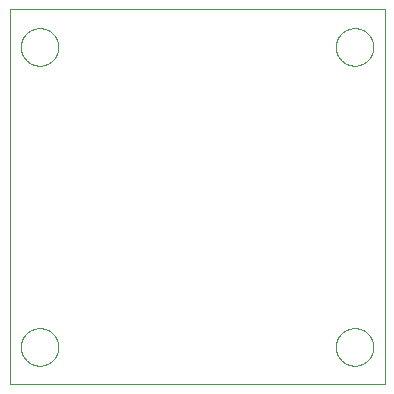
<source format=gko>
G75*
%MOIN*%
%OFA0B0*%
%FSLAX25Y25*%
%IPPOS*%
%LPD*%
%AMOC8*
5,1,8,0,0,1.08239X$1,22.5*
%
%ADD10C,0.00000*%
%ADD11C,0.00100*%
D10*
X0006590Y0014500D02*
X0006592Y0014658D01*
X0006598Y0014815D01*
X0006608Y0014973D01*
X0006622Y0015130D01*
X0006640Y0015286D01*
X0006661Y0015443D01*
X0006687Y0015598D01*
X0006717Y0015753D01*
X0006750Y0015907D01*
X0006788Y0016060D01*
X0006829Y0016213D01*
X0006874Y0016364D01*
X0006923Y0016514D01*
X0006976Y0016662D01*
X0007032Y0016810D01*
X0007093Y0016955D01*
X0007156Y0017100D01*
X0007224Y0017242D01*
X0007295Y0017383D01*
X0007369Y0017522D01*
X0007447Y0017659D01*
X0007529Y0017794D01*
X0007613Y0017927D01*
X0007702Y0018058D01*
X0007793Y0018186D01*
X0007888Y0018313D01*
X0007985Y0018436D01*
X0008086Y0018558D01*
X0008190Y0018676D01*
X0008297Y0018792D01*
X0008407Y0018905D01*
X0008519Y0019016D01*
X0008635Y0019123D01*
X0008753Y0019228D01*
X0008873Y0019330D01*
X0008996Y0019428D01*
X0009122Y0019524D01*
X0009250Y0019616D01*
X0009380Y0019705D01*
X0009512Y0019791D01*
X0009647Y0019873D01*
X0009784Y0019952D01*
X0009922Y0020027D01*
X0010062Y0020099D01*
X0010205Y0020167D01*
X0010348Y0020232D01*
X0010494Y0020293D01*
X0010641Y0020350D01*
X0010789Y0020404D01*
X0010939Y0020454D01*
X0011089Y0020500D01*
X0011241Y0020542D01*
X0011394Y0020581D01*
X0011548Y0020615D01*
X0011703Y0020646D01*
X0011858Y0020672D01*
X0012014Y0020695D01*
X0012171Y0020714D01*
X0012328Y0020729D01*
X0012485Y0020740D01*
X0012643Y0020747D01*
X0012801Y0020750D01*
X0012958Y0020749D01*
X0013116Y0020744D01*
X0013273Y0020735D01*
X0013431Y0020722D01*
X0013587Y0020705D01*
X0013744Y0020684D01*
X0013899Y0020660D01*
X0014054Y0020631D01*
X0014209Y0020598D01*
X0014362Y0020562D01*
X0014515Y0020521D01*
X0014666Y0020477D01*
X0014816Y0020429D01*
X0014965Y0020378D01*
X0015113Y0020322D01*
X0015259Y0020263D01*
X0015404Y0020200D01*
X0015547Y0020133D01*
X0015688Y0020063D01*
X0015827Y0019990D01*
X0015965Y0019913D01*
X0016101Y0019832D01*
X0016234Y0019748D01*
X0016365Y0019661D01*
X0016494Y0019570D01*
X0016621Y0019476D01*
X0016746Y0019379D01*
X0016867Y0019279D01*
X0016987Y0019176D01*
X0017103Y0019070D01*
X0017217Y0018961D01*
X0017329Y0018849D01*
X0017437Y0018735D01*
X0017542Y0018617D01*
X0017645Y0018497D01*
X0017744Y0018375D01*
X0017840Y0018250D01*
X0017933Y0018122D01*
X0018023Y0017993D01*
X0018109Y0017861D01*
X0018193Y0017727D01*
X0018272Y0017591D01*
X0018349Y0017453D01*
X0018421Y0017313D01*
X0018490Y0017171D01*
X0018556Y0017028D01*
X0018618Y0016883D01*
X0018676Y0016736D01*
X0018731Y0016588D01*
X0018782Y0016439D01*
X0018829Y0016288D01*
X0018872Y0016137D01*
X0018911Y0015984D01*
X0018947Y0015830D01*
X0018978Y0015676D01*
X0019006Y0015521D01*
X0019030Y0015365D01*
X0019050Y0015208D01*
X0019066Y0015051D01*
X0019078Y0014894D01*
X0019086Y0014737D01*
X0019090Y0014579D01*
X0019090Y0014421D01*
X0019086Y0014263D01*
X0019078Y0014106D01*
X0019066Y0013949D01*
X0019050Y0013792D01*
X0019030Y0013635D01*
X0019006Y0013479D01*
X0018978Y0013324D01*
X0018947Y0013170D01*
X0018911Y0013016D01*
X0018872Y0012863D01*
X0018829Y0012712D01*
X0018782Y0012561D01*
X0018731Y0012412D01*
X0018676Y0012264D01*
X0018618Y0012117D01*
X0018556Y0011972D01*
X0018490Y0011829D01*
X0018421Y0011687D01*
X0018349Y0011547D01*
X0018272Y0011409D01*
X0018193Y0011273D01*
X0018109Y0011139D01*
X0018023Y0011007D01*
X0017933Y0010878D01*
X0017840Y0010750D01*
X0017744Y0010625D01*
X0017645Y0010503D01*
X0017542Y0010383D01*
X0017437Y0010265D01*
X0017329Y0010151D01*
X0017217Y0010039D01*
X0017103Y0009930D01*
X0016987Y0009824D01*
X0016867Y0009721D01*
X0016746Y0009621D01*
X0016621Y0009524D01*
X0016494Y0009430D01*
X0016365Y0009339D01*
X0016234Y0009252D01*
X0016101Y0009168D01*
X0015965Y0009087D01*
X0015827Y0009010D01*
X0015688Y0008937D01*
X0015547Y0008867D01*
X0015404Y0008800D01*
X0015259Y0008737D01*
X0015113Y0008678D01*
X0014965Y0008622D01*
X0014816Y0008571D01*
X0014666Y0008523D01*
X0014515Y0008479D01*
X0014362Y0008438D01*
X0014209Y0008402D01*
X0014054Y0008369D01*
X0013899Y0008340D01*
X0013744Y0008316D01*
X0013587Y0008295D01*
X0013431Y0008278D01*
X0013273Y0008265D01*
X0013116Y0008256D01*
X0012958Y0008251D01*
X0012801Y0008250D01*
X0012643Y0008253D01*
X0012485Y0008260D01*
X0012328Y0008271D01*
X0012171Y0008286D01*
X0012014Y0008305D01*
X0011858Y0008328D01*
X0011703Y0008354D01*
X0011548Y0008385D01*
X0011394Y0008419D01*
X0011241Y0008458D01*
X0011089Y0008500D01*
X0010939Y0008546D01*
X0010789Y0008596D01*
X0010641Y0008650D01*
X0010494Y0008707D01*
X0010348Y0008768D01*
X0010205Y0008833D01*
X0010062Y0008901D01*
X0009922Y0008973D01*
X0009784Y0009048D01*
X0009647Y0009127D01*
X0009512Y0009209D01*
X0009380Y0009295D01*
X0009250Y0009384D01*
X0009122Y0009476D01*
X0008996Y0009572D01*
X0008873Y0009670D01*
X0008753Y0009772D01*
X0008635Y0009877D01*
X0008519Y0009984D01*
X0008407Y0010095D01*
X0008297Y0010208D01*
X0008190Y0010324D01*
X0008086Y0010442D01*
X0007985Y0010564D01*
X0007888Y0010687D01*
X0007793Y0010814D01*
X0007702Y0010942D01*
X0007613Y0011073D01*
X0007529Y0011206D01*
X0007447Y0011341D01*
X0007369Y0011478D01*
X0007295Y0011617D01*
X0007224Y0011758D01*
X0007156Y0011900D01*
X0007093Y0012045D01*
X0007032Y0012190D01*
X0006976Y0012338D01*
X0006923Y0012486D01*
X0006874Y0012636D01*
X0006829Y0012787D01*
X0006788Y0012940D01*
X0006750Y0013093D01*
X0006717Y0013247D01*
X0006687Y0013402D01*
X0006661Y0013557D01*
X0006640Y0013714D01*
X0006622Y0013870D01*
X0006608Y0014027D01*
X0006598Y0014185D01*
X0006592Y0014342D01*
X0006590Y0014500D01*
X0006590Y0114500D02*
X0006592Y0114658D01*
X0006598Y0114815D01*
X0006608Y0114973D01*
X0006622Y0115130D01*
X0006640Y0115286D01*
X0006661Y0115443D01*
X0006687Y0115598D01*
X0006717Y0115753D01*
X0006750Y0115907D01*
X0006788Y0116060D01*
X0006829Y0116213D01*
X0006874Y0116364D01*
X0006923Y0116514D01*
X0006976Y0116662D01*
X0007032Y0116810D01*
X0007093Y0116955D01*
X0007156Y0117100D01*
X0007224Y0117242D01*
X0007295Y0117383D01*
X0007369Y0117522D01*
X0007447Y0117659D01*
X0007529Y0117794D01*
X0007613Y0117927D01*
X0007702Y0118058D01*
X0007793Y0118186D01*
X0007888Y0118313D01*
X0007985Y0118436D01*
X0008086Y0118558D01*
X0008190Y0118676D01*
X0008297Y0118792D01*
X0008407Y0118905D01*
X0008519Y0119016D01*
X0008635Y0119123D01*
X0008753Y0119228D01*
X0008873Y0119330D01*
X0008996Y0119428D01*
X0009122Y0119524D01*
X0009250Y0119616D01*
X0009380Y0119705D01*
X0009512Y0119791D01*
X0009647Y0119873D01*
X0009784Y0119952D01*
X0009922Y0120027D01*
X0010062Y0120099D01*
X0010205Y0120167D01*
X0010348Y0120232D01*
X0010494Y0120293D01*
X0010641Y0120350D01*
X0010789Y0120404D01*
X0010939Y0120454D01*
X0011089Y0120500D01*
X0011241Y0120542D01*
X0011394Y0120581D01*
X0011548Y0120615D01*
X0011703Y0120646D01*
X0011858Y0120672D01*
X0012014Y0120695D01*
X0012171Y0120714D01*
X0012328Y0120729D01*
X0012485Y0120740D01*
X0012643Y0120747D01*
X0012801Y0120750D01*
X0012958Y0120749D01*
X0013116Y0120744D01*
X0013273Y0120735D01*
X0013431Y0120722D01*
X0013587Y0120705D01*
X0013744Y0120684D01*
X0013899Y0120660D01*
X0014054Y0120631D01*
X0014209Y0120598D01*
X0014362Y0120562D01*
X0014515Y0120521D01*
X0014666Y0120477D01*
X0014816Y0120429D01*
X0014965Y0120378D01*
X0015113Y0120322D01*
X0015259Y0120263D01*
X0015404Y0120200D01*
X0015547Y0120133D01*
X0015688Y0120063D01*
X0015827Y0119990D01*
X0015965Y0119913D01*
X0016101Y0119832D01*
X0016234Y0119748D01*
X0016365Y0119661D01*
X0016494Y0119570D01*
X0016621Y0119476D01*
X0016746Y0119379D01*
X0016867Y0119279D01*
X0016987Y0119176D01*
X0017103Y0119070D01*
X0017217Y0118961D01*
X0017329Y0118849D01*
X0017437Y0118735D01*
X0017542Y0118617D01*
X0017645Y0118497D01*
X0017744Y0118375D01*
X0017840Y0118250D01*
X0017933Y0118122D01*
X0018023Y0117993D01*
X0018109Y0117861D01*
X0018193Y0117727D01*
X0018272Y0117591D01*
X0018349Y0117453D01*
X0018421Y0117313D01*
X0018490Y0117171D01*
X0018556Y0117028D01*
X0018618Y0116883D01*
X0018676Y0116736D01*
X0018731Y0116588D01*
X0018782Y0116439D01*
X0018829Y0116288D01*
X0018872Y0116137D01*
X0018911Y0115984D01*
X0018947Y0115830D01*
X0018978Y0115676D01*
X0019006Y0115521D01*
X0019030Y0115365D01*
X0019050Y0115208D01*
X0019066Y0115051D01*
X0019078Y0114894D01*
X0019086Y0114737D01*
X0019090Y0114579D01*
X0019090Y0114421D01*
X0019086Y0114263D01*
X0019078Y0114106D01*
X0019066Y0113949D01*
X0019050Y0113792D01*
X0019030Y0113635D01*
X0019006Y0113479D01*
X0018978Y0113324D01*
X0018947Y0113170D01*
X0018911Y0113016D01*
X0018872Y0112863D01*
X0018829Y0112712D01*
X0018782Y0112561D01*
X0018731Y0112412D01*
X0018676Y0112264D01*
X0018618Y0112117D01*
X0018556Y0111972D01*
X0018490Y0111829D01*
X0018421Y0111687D01*
X0018349Y0111547D01*
X0018272Y0111409D01*
X0018193Y0111273D01*
X0018109Y0111139D01*
X0018023Y0111007D01*
X0017933Y0110878D01*
X0017840Y0110750D01*
X0017744Y0110625D01*
X0017645Y0110503D01*
X0017542Y0110383D01*
X0017437Y0110265D01*
X0017329Y0110151D01*
X0017217Y0110039D01*
X0017103Y0109930D01*
X0016987Y0109824D01*
X0016867Y0109721D01*
X0016746Y0109621D01*
X0016621Y0109524D01*
X0016494Y0109430D01*
X0016365Y0109339D01*
X0016234Y0109252D01*
X0016101Y0109168D01*
X0015965Y0109087D01*
X0015827Y0109010D01*
X0015688Y0108937D01*
X0015547Y0108867D01*
X0015404Y0108800D01*
X0015259Y0108737D01*
X0015113Y0108678D01*
X0014965Y0108622D01*
X0014816Y0108571D01*
X0014666Y0108523D01*
X0014515Y0108479D01*
X0014362Y0108438D01*
X0014209Y0108402D01*
X0014054Y0108369D01*
X0013899Y0108340D01*
X0013744Y0108316D01*
X0013587Y0108295D01*
X0013431Y0108278D01*
X0013273Y0108265D01*
X0013116Y0108256D01*
X0012958Y0108251D01*
X0012801Y0108250D01*
X0012643Y0108253D01*
X0012485Y0108260D01*
X0012328Y0108271D01*
X0012171Y0108286D01*
X0012014Y0108305D01*
X0011858Y0108328D01*
X0011703Y0108354D01*
X0011548Y0108385D01*
X0011394Y0108419D01*
X0011241Y0108458D01*
X0011089Y0108500D01*
X0010939Y0108546D01*
X0010789Y0108596D01*
X0010641Y0108650D01*
X0010494Y0108707D01*
X0010348Y0108768D01*
X0010205Y0108833D01*
X0010062Y0108901D01*
X0009922Y0108973D01*
X0009784Y0109048D01*
X0009647Y0109127D01*
X0009512Y0109209D01*
X0009380Y0109295D01*
X0009250Y0109384D01*
X0009122Y0109476D01*
X0008996Y0109572D01*
X0008873Y0109670D01*
X0008753Y0109772D01*
X0008635Y0109877D01*
X0008519Y0109984D01*
X0008407Y0110095D01*
X0008297Y0110208D01*
X0008190Y0110324D01*
X0008086Y0110442D01*
X0007985Y0110564D01*
X0007888Y0110687D01*
X0007793Y0110814D01*
X0007702Y0110942D01*
X0007613Y0111073D01*
X0007529Y0111206D01*
X0007447Y0111341D01*
X0007369Y0111478D01*
X0007295Y0111617D01*
X0007224Y0111758D01*
X0007156Y0111900D01*
X0007093Y0112045D01*
X0007032Y0112190D01*
X0006976Y0112338D01*
X0006923Y0112486D01*
X0006874Y0112636D01*
X0006829Y0112787D01*
X0006788Y0112940D01*
X0006750Y0113093D01*
X0006717Y0113247D01*
X0006687Y0113402D01*
X0006661Y0113557D01*
X0006640Y0113714D01*
X0006622Y0113870D01*
X0006608Y0114027D01*
X0006598Y0114185D01*
X0006592Y0114342D01*
X0006590Y0114500D01*
X0111590Y0114500D02*
X0111592Y0114658D01*
X0111598Y0114815D01*
X0111608Y0114973D01*
X0111622Y0115130D01*
X0111640Y0115286D01*
X0111661Y0115443D01*
X0111687Y0115598D01*
X0111717Y0115753D01*
X0111750Y0115907D01*
X0111788Y0116060D01*
X0111829Y0116213D01*
X0111874Y0116364D01*
X0111923Y0116514D01*
X0111976Y0116662D01*
X0112032Y0116810D01*
X0112093Y0116955D01*
X0112156Y0117100D01*
X0112224Y0117242D01*
X0112295Y0117383D01*
X0112369Y0117522D01*
X0112447Y0117659D01*
X0112529Y0117794D01*
X0112613Y0117927D01*
X0112702Y0118058D01*
X0112793Y0118186D01*
X0112888Y0118313D01*
X0112985Y0118436D01*
X0113086Y0118558D01*
X0113190Y0118676D01*
X0113297Y0118792D01*
X0113407Y0118905D01*
X0113519Y0119016D01*
X0113635Y0119123D01*
X0113753Y0119228D01*
X0113873Y0119330D01*
X0113996Y0119428D01*
X0114122Y0119524D01*
X0114250Y0119616D01*
X0114380Y0119705D01*
X0114512Y0119791D01*
X0114647Y0119873D01*
X0114784Y0119952D01*
X0114922Y0120027D01*
X0115062Y0120099D01*
X0115205Y0120167D01*
X0115348Y0120232D01*
X0115494Y0120293D01*
X0115641Y0120350D01*
X0115789Y0120404D01*
X0115939Y0120454D01*
X0116089Y0120500D01*
X0116241Y0120542D01*
X0116394Y0120581D01*
X0116548Y0120615D01*
X0116703Y0120646D01*
X0116858Y0120672D01*
X0117014Y0120695D01*
X0117171Y0120714D01*
X0117328Y0120729D01*
X0117485Y0120740D01*
X0117643Y0120747D01*
X0117801Y0120750D01*
X0117958Y0120749D01*
X0118116Y0120744D01*
X0118273Y0120735D01*
X0118431Y0120722D01*
X0118587Y0120705D01*
X0118744Y0120684D01*
X0118899Y0120660D01*
X0119054Y0120631D01*
X0119209Y0120598D01*
X0119362Y0120562D01*
X0119515Y0120521D01*
X0119666Y0120477D01*
X0119816Y0120429D01*
X0119965Y0120378D01*
X0120113Y0120322D01*
X0120259Y0120263D01*
X0120404Y0120200D01*
X0120547Y0120133D01*
X0120688Y0120063D01*
X0120827Y0119990D01*
X0120965Y0119913D01*
X0121101Y0119832D01*
X0121234Y0119748D01*
X0121365Y0119661D01*
X0121494Y0119570D01*
X0121621Y0119476D01*
X0121746Y0119379D01*
X0121867Y0119279D01*
X0121987Y0119176D01*
X0122103Y0119070D01*
X0122217Y0118961D01*
X0122329Y0118849D01*
X0122437Y0118735D01*
X0122542Y0118617D01*
X0122645Y0118497D01*
X0122744Y0118375D01*
X0122840Y0118250D01*
X0122933Y0118122D01*
X0123023Y0117993D01*
X0123109Y0117861D01*
X0123193Y0117727D01*
X0123272Y0117591D01*
X0123349Y0117453D01*
X0123421Y0117313D01*
X0123490Y0117171D01*
X0123556Y0117028D01*
X0123618Y0116883D01*
X0123676Y0116736D01*
X0123731Y0116588D01*
X0123782Y0116439D01*
X0123829Y0116288D01*
X0123872Y0116137D01*
X0123911Y0115984D01*
X0123947Y0115830D01*
X0123978Y0115676D01*
X0124006Y0115521D01*
X0124030Y0115365D01*
X0124050Y0115208D01*
X0124066Y0115051D01*
X0124078Y0114894D01*
X0124086Y0114737D01*
X0124090Y0114579D01*
X0124090Y0114421D01*
X0124086Y0114263D01*
X0124078Y0114106D01*
X0124066Y0113949D01*
X0124050Y0113792D01*
X0124030Y0113635D01*
X0124006Y0113479D01*
X0123978Y0113324D01*
X0123947Y0113170D01*
X0123911Y0113016D01*
X0123872Y0112863D01*
X0123829Y0112712D01*
X0123782Y0112561D01*
X0123731Y0112412D01*
X0123676Y0112264D01*
X0123618Y0112117D01*
X0123556Y0111972D01*
X0123490Y0111829D01*
X0123421Y0111687D01*
X0123349Y0111547D01*
X0123272Y0111409D01*
X0123193Y0111273D01*
X0123109Y0111139D01*
X0123023Y0111007D01*
X0122933Y0110878D01*
X0122840Y0110750D01*
X0122744Y0110625D01*
X0122645Y0110503D01*
X0122542Y0110383D01*
X0122437Y0110265D01*
X0122329Y0110151D01*
X0122217Y0110039D01*
X0122103Y0109930D01*
X0121987Y0109824D01*
X0121867Y0109721D01*
X0121746Y0109621D01*
X0121621Y0109524D01*
X0121494Y0109430D01*
X0121365Y0109339D01*
X0121234Y0109252D01*
X0121101Y0109168D01*
X0120965Y0109087D01*
X0120827Y0109010D01*
X0120688Y0108937D01*
X0120547Y0108867D01*
X0120404Y0108800D01*
X0120259Y0108737D01*
X0120113Y0108678D01*
X0119965Y0108622D01*
X0119816Y0108571D01*
X0119666Y0108523D01*
X0119515Y0108479D01*
X0119362Y0108438D01*
X0119209Y0108402D01*
X0119054Y0108369D01*
X0118899Y0108340D01*
X0118744Y0108316D01*
X0118587Y0108295D01*
X0118431Y0108278D01*
X0118273Y0108265D01*
X0118116Y0108256D01*
X0117958Y0108251D01*
X0117801Y0108250D01*
X0117643Y0108253D01*
X0117485Y0108260D01*
X0117328Y0108271D01*
X0117171Y0108286D01*
X0117014Y0108305D01*
X0116858Y0108328D01*
X0116703Y0108354D01*
X0116548Y0108385D01*
X0116394Y0108419D01*
X0116241Y0108458D01*
X0116089Y0108500D01*
X0115939Y0108546D01*
X0115789Y0108596D01*
X0115641Y0108650D01*
X0115494Y0108707D01*
X0115348Y0108768D01*
X0115205Y0108833D01*
X0115062Y0108901D01*
X0114922Y0108973D01*
X0114784Y0109048D01*
X0114647Y0109127D01*
X0114512Y0109209D01*
X0114380Y0109295D01*
X0114250Y0109384D01*
X0114122Y0109476D01*
X0113996Y0109572D01*
X0113873Y0109670D01*
X0113753Y0109772D01*
X0113635Y0109877D01*
X0113519Y0109984D01*
X0113407Y0110095D01*
X0113297Y0110208D01*
X0113190Y0110324D01*
X0113086Y0110442D01*
X0112985Y0110564D01*
X0112888Y0110687D01*
X0112793Y0110814D01*
X0112702Y0110942D01*
X0112613Y0111073D01*
X0112529Y0111206D01*
X0112447Y0111341D01*
X0112369Y0111478D01*
X0112295Y0111617D01*
X0112224Y0111758D01*
X0112156Y0111900D01*
X0112093Y0112045D01*
X0112032Y0112190D01*
X0111976Y0112338D01*
X0111923Y0112486D01*
X0111874Y0112636D01*
X0111829Y0112787D01*
X0111788Y0112940D01*
X0111750Y0113093D01*
X0111717Y0113247D01*
X0111687Y0113402D01*
X0111661Y0113557D01*
X0111640Y0113714D01*
X0111622Y0113870D01*
X0111608Y0114027D01*
X0111598Y0114185D01*
X0111592Y0114342D01*
X0111590Y0114500D01*
X0111590Y0014500D02*
X0111592Y0014658D01*
X0111598Y0014815D01*
X0111608Y0014973D01*
X0111622Y0015130D01*
X0111640Y0015286D01*
X0111661Y0015443D01*
X0111687Y0015598D01*
X0111717Y0015753D01*
X0111750Y0015907D01*
X0111788Y0016060D01*
X0111829Y0016213D01*
X0111874Y0016364D01*
X0111923Y0016514D01*
X0111976Y0016662D01*
X0112032Y0016810D01*
X0112093Y0016955D01*
X0112156Y0017100D01*
X0112224Y0017242D01*
X0112295Y0017383D01*
X0112369Y0017522D01*
X0112447Y0017659D01*
X0112529Y0017794D01*
X0112613Y0017927D01*
X0112702Y0018058D01*
X0112793Y0018186D01*
X0112888Y0018313D01*
X0112985Y0018436D01*
X0113086Y0018558D01*
X0113190Y0018676D01*
X0113297Y0018792D01*
X0113407Y0018905D01*
X0113519Y0019016D01*
X0113635Y0019123D01*
X0113753Y0019228D01*
X0113873Y0019330D01*
X0113996Y0019428D01*
X0114122Y0019524D01*
X0114250Y0019616D01*
X0114380Y0019705D01*
X0114512Y0019791D01*
X0114647Y0019873D01*
X0114784Y0019952D01*
X0114922Y0020027D01*
X0115062Y0020099D01*
X0115205Y0020167D01*
X0115348Y0020232D01*
X0115494Y0020293D01*
X0115641Y0020350D01*
X0115789Y0020404D01*
X0115939Y0020454D01*
X0116089Y0020500D01*
X0116241Y0020542D01*
X0116394Y0020581D01*
X0116548Y0020615D01*
X0116703Y0020646D01*
X0116858Y0020672D01*
X0117014Y0020695D01*
X0117171Y0020714D01*
X0117328Y0020729D01*
X0117485Y0020740D01*
X0117643Y0020747D01*
X0117801Y0020750D01*
X0117958Y0020749D01*
X0118116Y0020744D01*
X0118273Y0020735D01*
X0118431Y0020722D01*
X0118587Y0020705D01*
X0118744Y0020684D01*
X0118899Y0020660D01*
X0119054Y0020631D01*
X0119209Y0020598D01*
X0119362Y0020562D01*
X0119515Y0020521D01*
X0119666Y0020477D01*
X0119816Y0020429D01*
X0119965Y0020378D01*
X0120113Y0020322D01*
X0120259Y0020263D01*
X0120404Y0020200D01*
X0120547Y0020133D01*
X0120688Y0020063D01*
X0120827Y0019990D01*
X0120965Y0019913D01*
X0121101Y0019832D01*
X0121234Y0019748D01*
X0121365Y0019661D01*
X0121494Y0019570D01*
X0121621Y0019476D01*
X0121746Y0019379D01*
X0121867Y0019279D01*
X0121987Y0019176D01*
X0122103Y0019070D01*
X0122217Y0018961D01*
X0122329Y0018849D01*
X0122437Y0018735D01*
X0122542Y0018617D01*
X0122645Y0018497D01*
X0122744Y0018375D01*
X0122840Y0018250D01*
X0122933Y0018122D01*
X0123023Y0017993D01*
X0123109Y0017861D01*
X0123193Y0017727D01*
X0123272Y0017591D01*
X0123349Y0017453D01*
X0123421Y0017313D01*
X0123490Y0017171D01*
X0123556Y0017028D01*
X0123618Y0016883D01*
X0123676Y0016736D01*
X0123731Y0016588D01*
X0123782Y0016439D01*
X0123829Y0016288D01*
X0123872Y0016137D01*
X0123911Y0015984D01*
X0123947Y0015830D01*
X0123978Y0015676D01*
X0124006Y0015521D01*
X0124030Y0015365D01*
X0124050Y0015208D01*
X0124066Y0015051D01*
X0124078Y0014894D01*
X0124086Y0014737D01*
X0124090Y0014579D01*
X0124090Y0014421D01*
X0124086Y0014263D01*
X0124078Y0014106D01*
X0124066Y0013949D01*
X0124050Y0013792D01*
X0124030Y0013635D01*
X0124006Y0013479D01*
X0123978Y0013324D01*
X0123947Y0013170D01*
X0123911Y0013016D01*
X0123872Y0012863D01*
X0123829Y0012712D01*
X0123782Y0012561D01*
X0123731Y0012412D01*
X0123676Y0012264D01*
X0123618Y0012117D01*
X0123556Y0011972D01*
X0123490Y0011829D01*
X0123421Y0011687D01*
X0123349Y0011547D01*
X0123272Y0011409D01*
X0123193Y0011273D01*
X0123109Y0011139D01*
X0123023Y0011007D01*
X0122933Y0010878D01*
X0122840Y0010750D01*
X0122744Y0010625D01*
X0122645Y0010503D01*
X0122542Y0010383D01*
X0122437Y0010265D01*
X0122329Y0010151D01*
X0122217Y0010039D01*
X0122103Y0009930D01*
X0121987Y0009824D01*
X0121867Y0009721D01*
X0121746Y0009621D01*
X0121621Y0009524D01*
X0121494Y0009430D01*
X0121365Y0009339D01*
X0121234Y0009252D01*
X0121101Y0009168D01*
X0120965Y0009087D01*
X0120827Y0009010D01*
X0120688Y0008937D01*
X0120547Y0008867D01*
X0120404Y0008800D01*
X0120259Y0008737D01*
X0120113Y0008678D01*
X0119965Y0008622D01*
X0119816Y0008571D01*
X0119666Y0008523D01*
X0119515Y0008479D01*
X0119362Y0008438D01*
X0119209Y0008402D01*
X0119054Y0008369D01*
X0118899Y0008340D01*
X0118744Y0008316D01*
X0118587Y0008295D01*
X0118431Y0008278D01*
X0118273Y0008265D01*
X0118116Y0008256D01*
X0117958Y0008251D01*
X0117801Y0008250D01*
X0117643Y0008253D01*
X0117485Y0008260D01*
X0117328Y0008271D01*
X0117171Y0008286D01*
X0117014Y0008305D01*
X0116858Y0008328D01*
X0116703Y0008354D01*
X0116548Y0008385D01*
X0116394Y0008419D01*
X0116241Y0008458D01*
X0116089Y0008500D01*
X0115939Y0008546D01*
X0115789Y0008596D01*
X0115641Y0008650D01*
X0115494Y0008707D01*
X0115348Y0008768D01*
X0115205Y0008833D01*
X0115062Y0008901D01*
X0114922Y0008973D01*
X0114784Y0009048D01*
X0114647Y0009127D01*
X0114512Y0009209D01*
X0114380Y0009295D01*
X0114250Y0009384D01*
X0114122Y0009476D01*
X0113996Y0009572D01*
X0113873Y0009670D01*
X0113753Y0009772D01*
X0113635Y0009877D01*
X0113519Y0009984D01*
X0113407Y0010095D01*
X0113297Y0010208D01*
X0113190Y0010324D01*
X0113086Y0010442D01*
X0112985Y0010564D01*
X0112888Y0010687D01*
X0112793Y0010814D01*
X0112702Y0010942D01*
X0112613Y0011073D01*
X0112529Y0011206D01*
X0112447Y0011341D01*
X0112369Y0011478D01*
X0112295Y0011617D01*
X0112224Y0011758D01*
X0112156Y0011900D01*
X0112093Y0012045D01*
X0112032Y0012190D01*
X0111976Y0012338D01*
X0111923Y0012486D01*
X0111874Y0012636D01*
X0111829Y0012787D01*
X0111788Y0012940D01*
X0111750Y0013093D01*
X0111717Y0013247D01*
X0111687Y0013402D01*
X0111661Y0013557D01*
X0111640Y0013714D01*
X0111622Y0013870D01*
X0111608Y0014027D01*
X0111598Y0014185D01*
X0111592Y0014342D01*
X0111590Y0014500D01*
D11*
X0002840Y0002000D02*
X0002840Y0127000D01*
X0127840Y0127000D01*
X0127840Y0002000D01*
X0002840Y0002000D01*
M02*

</source>
